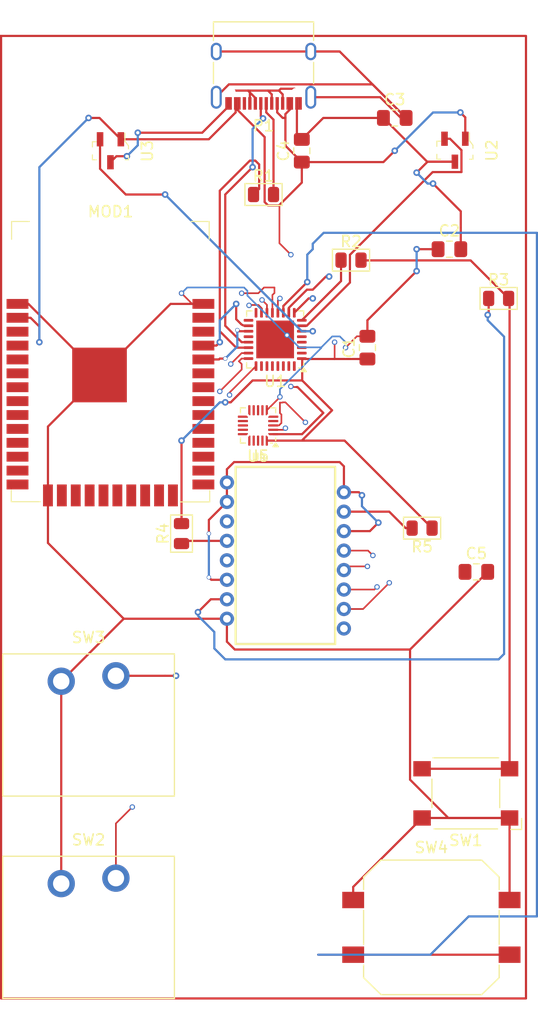
<source format=kicad_pcb>
(kicad_pcb (version 20240108) (generator "pcbnew") (generator_version "8.0")
  (layers (0 "F.Cu" signal) (1 "In1.Cu" signal) (2 "In2.Cu" signal) (31 "B.Cu" signal) (34 "B.Paste" user) (35 "F.Paste" user) (36 "B.SilkS" user "B.Silkscreen") (37 "F.SilkS" user "F.Silkscreen") (38 "B.Mask" user) (39 "F.Mask" user) (44 "Edge.Cuts" user))
  (net 0 "")
  (net 1 "Net-(U1-VSS)")
  (net 2 "Net-(MOD1-3V3)")
  (net 3 "Net-(P1-SHIELD)")
  (net 8 "5")
  (net 17 "6")
  (net 38 "1")
  (net 39 "2")
  (net 41 "Net-(U1-PA12)")
  (net 42 "Net-(U1-PA2)")
  (net 43 "Net-(R2-Pad2)")
  (net 44 "Net-(U4-~{RESET})")
  (net 45 "Net-(U1-PA3)")
  (net 46 "Net-(U1-PA4)")
  (net 47 "Net-(U1-PA5)")
  (net 50 "10")
  (net 51 "12")
  (net 56 "13")
  (net 60 "7")
  (net 62 "3")
  (net 63 "8")
  (net 66 "11")
  (net 67 "4")
  (net 68 "9")
  (footprint "Package_DFN_QFN:UQFN-20_3x3mm_P0.4mm" (layer "F.Cu") (at 260.5 83.6125 180)
    (property "Reference" "U5")
    (property "Value" "MPR121QR2")
  )
  (footprint "PCM_Resistor_SMD_AKL:R_0805_2012Metric" (layer "F.Cu") (at 261 62.5)
    (property "Reference" "R1")
    (property "Value" "22" (hide yes))
  )
  (footprint "Button_Switch_SMD:SW_Push_1P1T_NO_CK_PTS125Sx43PSMTR" (layer "F.Cu") (at 276.35 129.5)
    (property "Reference" "SW4")
    (property "Value" "SW_Omron_B3FS")
  )
  (footprint "Button_Switch_SMD:SW_SPST_Omron_B3FS-100xP" (layer "F.Cu") (at 279.5 117.25 180)
    (property "Reference" "SW1")
    (property "Value" "SW_Omron_B3FS")
  )
  (footprint "digikey-footprints:ESP32-WROOM-32D" (layer "F.Cu") (at 247 80.755)
    (property "Reference" "MOD1")
    (property "Value" "ESP32-WROOM-32")
  )
  (footprint "PCM_Resistor_SMD_AKL:R_0805_2012Metric" (layer "F.Cu") (at 282.5 72)
    (property "Reference" "R3")
    (property "Value" "10k" (hide yes))
  )
  (footprint "PCM_Switch_Keyboard_Alps_Matias:SW_Alps_Matias" (layer "F.Cu") (at 245 129.5)
    (property "Reference" "SW2")
    (property "Value" "SW_Omron_B3FS")
  )
  (footprint "PMW3360DM-T2QU (1):PMW3360" (layer "F.Cu") (at 263 95.5)
    (property "Reference" "U4")
    (property "Value" "PMW3360DM-T2QU")
    (fp_line (start -4.445 -7.9375) (end 4.445 -7.9375) (stroke (width 0.01)) (layer "Edge.Cuts"))
    (fp_line (start -4.445 7.9375) (end -4.445 -7.9375) (stroke (width 0.01)) (layer "Edge.Cuts"))
    (fp_line (start 4.445 -7.9375) (end 4.445 7.9375) (stroke (width 0.01)) (layer "Edge.Cuts"))
    (fp_line (start 4.445 7.9375) (end -4.445 7.9375) (stroke (width 0.01)) (layer "Edge.Cuts"))
  )
  (footprint "digikey-footprints:SOT-23-3" (layer "F.Cu") (at 278.5 58.45 -90)
    (property "Reference" "U2")
    (property "Value" "DRV5053VAQDBZR")
  )
  (footprint "PCM_Resistor_SMD_AKL:R_0805_2012Metric" (layer "F.Cu") (at 269 68.5)
    (property "Reference" "R2")
    (property "Value" "10k" (hide yes))
  )
  (footprint "digikey-footprints:SOT-23-3" (layer "F.Cu") (at 247 58.5 -90)
    (property "Reference" "U3")
    (property "Value" "DRV5053VAQDBZR")
  )
  (footprint "Capacitor_SMD:C_0805_2012Metric_Pad1.18x1.45mm_HandSolder" (layer "F.Cu") (at 280.4625 97)
    (property "Reference" "C5")
    (property "Value" "1uf")
  )
  (footprint "PCM_Resistor_SMD_AKL:R_0805_2012Metric" (layer "F.Cu") (at 253.5 93.5 90)
    (property "Reference" "R4")
    (property "Value" "330" (hide yes))
  )
  (footprint "Package_DFN_QFN:QFN-32-1EP_5x5mm_P0.5mm_EP3.45x3.45mm" (layer "F.Cu") (at 262.0625 75.75 180)
    (property "Reference" "U1")
    (property "Value" "STM32F042K6Ux")
  )
  (footprint "PCM_Switch_Keyboard_Alps_Matias:SW_Alps_Matias" (layer "F.Cu") (at 245 111)
    (property "Reference" "SW3")
    (property "Value" "SW_Omron_B3FS")
  )
  (footprint "Connector_USB:USB_C_Receptacle_XKB_U262-16XN-4BVC11" (layer "F.Cu") (at 261 50.5 180)
    (property "Reference" "P1")
    (property "Value" "USB_C_Plug_USB2.0")
  )
  (footprint "Capacitor_SMD:C_0805_2012Metric_Pad1.18x1.45mm_HandSolder" (layer "F.Cu") (at 278 67.5)
    (property "Reference" "C2")
    (property "Value" "1uf")
  )
  (footprint "PCM_Resistor_SMD_AKL:R_0805_2012Metric" (layer "F.Cu") (at 275.5 93 180)
    (property "Reference" "R5")
    (property "Value" "10k" (hide yes))
  )
  (footprint "Capacitor_SMD:C_0805_2012Metric_Pad1.18x1.45mm_HandSolder" (layer "F.Cu") (at 264.5 58.5 90)
    (property "Reference" "C4")
    (property "Value" "10uf")
  )
  (footprint "Capacitor_SMD:C_0805_2012Metric_Pad1.18x1.45mm_HandSolder" (layer "F.Cu") (at 270.5 76.5 90)
    (property "Reference" "C1")
    (property "Value" "1uf")
  )
  (footprint "Capacitor_SMD:C_0805_2012Metric_Pad1.18x1.45mm_HandSolder" (layer "F.Cu") (at 273 55.5)
    (property "Reference" "C3")
    (property "Value" "1uf")
  )
  (gr_rect (start 237 48) (end 285 136) (stroke (width 0.2)) (fill none) (layer "F.Cu"))
  (segment (start 259.75 53.17) (end 259.75 54.17) (width 0.2) (layer "F.Cu") (net 0))
  (segment (start 256 93.5) (end 256 92.255) (width 0.2) (layer "F.Cu") (net 0))
  (segment (start 262.75 54.17) (end 262.75 53.345) (width 0.2) (layer "F.Cu") (net 0))
  (segment (start 268.35 87.35) (end 268.35 89.715) (width 0.2) (layer "F.Cu") (net 0))
  (segment (start 261.75 54.17) (end 261.75 53.345) (width 0.2) (layer "F.Cu") (net 0))
  (segment (start 259.58 53) (end 260.25 53.67) (width 0.2) (layer "F.Cu") (net 0))
  (segment (start 271.5 92.5) (end 270.725 93.275) (width 0.2) (layer "F.Cu") (net 0))
  (segment (start 257.65 88.825) (end 257.65 87.618972) (width 0.2) (layer "F.Cu") (net 0))
  (segment (start 262.575 52.83) (end 262.405 53) (width 0.2) (layer "F.Cu") (net 0))
  (segment (start 257.65 87.618972) (end 258.306472 86.9625) (width 0.2) (layer "F.Cu") (net 0))
  (segment (start 259.58 53) (end 259.75 53.17) (width 0.2) (layer "F.Cu") (net 0))
  (segment (start 262.405 53) (end 261.405 53) (width 0.2) (layer "F.Cu") (net 0))
  (segment (start 264 53) (end 263.83 52.83) (width 0.2) (layer "F.Cu") (net 0))
  (segment (start 269.715 89.715) (end 270 90) (width 0.2) (layer "F.Cu") (net 0))
  (segment (start 261.405 53) (end 259.58 53) (width 0.2) (layer "F.Cu") (net 0))
  (segment (start 257.65 88.825) (end 257.65 90.605) (width 0.2) (layer "F.Cu") (net 0))
  (segment (start 267.9625 86.9625) (end 268.35 87.35) (width 0.2) (layer "F.Cu") (net 0))
  (segment (start 263.83 52.83) (end 262.575 52.83) (width 0.2) (layer "F.Cu") (net 0))
  (segment (start 268.35 89.715) (end 269.715 89.715) (width 0.2) (layer "F.Cu") (net 0))
  (segment (start 256 92.255) (end 257.65 90.605) (width 0.2) (layer "F.Cu") (net 0))
  (segment (start 261.75 53.345) (end 261.405 53) (width 0.2) (layer "F.Cu") (net 0))
  (segment (start 258.306472 86.9625) (end 267.9625 86.9625) (width 0.2) (layer "F.Cu") (net 0))
  (segment (start 257.65 97.725) (end 256.225 97.725) (width 0.2) (layer "F.Cu") (net 0))
  (segment (start 258 53) (end 259.58 53) (width 0.2) (layer "F.Cu") (net 0))
  (segment (start 256.225 97.725) (end 256 97.5) (width 0.2) (layer "F.Cu") (net 0))
  (segment (start 270.725 93.275) (end 268.35 93.275) (width 0.2) (layer "F.Cu") (net 0))
  (segment (start 260.25 53.67) (end 260.25 54.17) (width 0.2) (layer "F.Cu") (net 0))
  (segment (start 262.75 53.345) (end 262.405 53) (width 0.2) (layer "F.Cu") (net 0))
  (via (at 271.5 92.5) (size 0.6) (drill 0.3) (layers "F.Cu" "B.Cu") (net 0))
  (via (at 270 90) (size 0.6) (drill 0.3) (layers "F.Cu" "B.Cu") (net 0))
  (via (at 256 93.5) (size 0.4) (drill 0.3) (layers "F.Cu" "B.Cu") (net 0))
  (via (at 256 97.5) (size 0.4) (drill 0.3) (layers "F.Cu" "B.Cu") (net 0))
  (segment (start 270 90) (end 270 91) (width 0.2) (layer "B.Cu") (net 0))
  (segment (start 256 97.5) (end 256 93.5) (width 0.2) (layer "B.Cu") (net 0))
  (segment (start 270 91) (end 271.5 92.5) (width 0.2) (layer "B.Cu") (net 0))
  (segment (start 279.0375 64.0375) (end 276.5 61.5) (width 0.2) (layer "F.Cu") (net 1))
  (segment (start 262.0625 75.75) (end 262.75 75.75) (width 0.15) (layer "F.Cu") (net 1))
  (segment (start 258.368972 104.1) (end 257.65 103.381028) (width 0.2) (layer "F.Cu") (net 1))
  (segment (start 269.2 127) (end 269.2 125.8) (width 0.2) (layer "F.Cu") (net 1))
  (segment (start 264.05 54.17) (end 264.05 57.0125) (width 0.2) (layer "F.Cu") (net 1))
  (segment (start 247.55 59) (end 247 59.55) (width 0.2) (layer "F.Cu") (net 1))
  (segment (start 242.5 125.5) (end 242.5 107) (width 0.2) (layer "F.Cu") (net 1))
  (segment (start 257.65 103.381028) (end 257.65 101.285) (width 0.2) (layer "F.Cu") (net 1))
  (segment (start 275.5 119.5) (end 283.5 119.5) (width 0.2) (layer "F.Cu") (net 1))
  (segment (start 279.0375 67.5) (end 279.0375 64.0375) (width 0.2) (layer "F.Cu") (net 1))
  (segment (start 275.9625 59.5) (end 278.5 59.5) (width 0.2) (layer "F.Cu") (net 1))
  (segment (start 262.75 75.75) (end 263.141269 75.358731) (width 0.15) (layer "F.Cu") (net 1))
  (segment (start 248.5 59) (end 247.55 59) (width 0.2) (layer "F.Cu") (net 1))
  (segment (start 257.65 54.17) (end 257.65 54.595) (width 0.2) (layer "F.Cu") (net 1))
  (segment (start 261.3 82.225) (end 262.5 81.025) (width 0.15) (layer "F.Cu") (net 1))
  (segment (start 241.285 94.355) (end 248.215 101.285) (width 0.2) (layer "F.Cu") (net 1))
  (segment (start 275 67.5) (end 276.9625 67.5) (width 0.2) (layer "F.Cu") (net 1))
  (segment (start 262.5 81.025) (end 262.5 81) (width 0.15) (layer "F.Cu") (net 1))
  (segment (start 270.5 74) (end 275 69.5) (width 0.2) (layer "F.Cu") (net 1))
  (segment (start 277.9 119.5) (end 283.5 119.5) (width 0.2) (layer "F.Cu") (net 1))
  (segment (start 274.4 104.1) (end 258.368972 104.1) (width 0.2) (layer "F.Cu") (net 1))
  (segment (start 246 79) (end 252.5 72.5) (width 0.2) (layer "F.Cu") (net 1))
  (segment (start 246 79) (end 239.5 72.5) (width 0.2) (layer "F.Cu") (net 1))
  (segment (start 266.4625 55.5) (end 264.5 57.4625) (width 0.2) (layer "F.Cu") (net 1))
  (segment (start 241.285 83.715) (end 241.285 90.01) (width 0.2) (layer "F.Cu") (net 1))
  (segment (start 274.4 116) (end 277.9 119.5) (width 0.2) (layer "F.Cu") (net 1))
  (segment (start 275 60.5) (end 276 59.5) (width 0.2) (layer "F.Cu") (net 1))
  (segment (start 264.05 57.0125) (end 264.5 57.4625) (width 0.2) (layer "F.Cu") (net 1))
  (segment (start 269.2 125.8) (end 275.5 119.5) (width 0.2) (layer "F.Cu") (net 1))
  (segment (start 241.285 90.01) (end 241.285 94.355) (width 0.2) (layer "F.Cu") (net 1))
  (segment (start 268.5 76.5) (end 269.5375 75.4625) (width 0.15) (layer "F.Cu") (net 1))
  (segment (start 253.5 71.525) (end 254.475 72.5) (width 0.15) (layer "F.Cu") (net 1))
  (segment (start 255.395 56.85) (end 249.5 56.85) (width 0.2) (layer "F.Cu") (net 1))
  (segment (start 271.9625 55.5) (end 266.4625 55.5) (width 0.2) (layer "F.Cu") (net 1))
  (segment (start 257.65 101.285) (end 248.215 101.285) (width 0.2) (layer "F.Cu") (net 1))
  (segment (start 246 79) (end 241.285 83.715) (width 0.2) (layer "F.Cu") (net 1))
  (segment (start 274.5 104) (end 274.4 104.1) (width 0.2) (layer "F.Cu") (net 1))
  (segment (start 270.5 75.4625) (end 270.5 74) (width 0.2) (layer "F.Cu") (net 1))
  (segment (start 283.5 119.5) (end 283.5 127) (width 0.2) (layer "F.Cu") (net 1))
  (segment (start 271.9625 55.5) (end 275.9625 59.5) (width 0.2) (layer "F.Cu") (net 1))
  (segment (start 254.475 72.5) (end 255.5 72.5) (width 0.15) (layer "F.Cu") (net 1))
  (segment (start 269.5375 75.4625) (end 270.5 75.4625) (width 0.15) (layer "F.Cu") (net 1))
  (segment (start 248.215 101.285) (end 242.5 107) (width 0.2) (layer "F.Cu") (net 1))
  (segment (start 276 59.5) (end 278.5 59.5) (width 0.2) (layer "F.Cu") (net 1))
  (segment (start 274.4 104.1) (end 274.4 116) (width 0.2) (layer "F.Cu") (net 1))
  (segment (start 239.5 72.5) (end 238.5 72.5) (width 0.2) (layer "F.Cu") (net 1))
  (segment (start 281.5 97) (end 274.5 104) (width 0.2) (layer "F.Cu") (net 1))
  (segment (start 257.65 54.595) (end 255.395 56.85) (width 0.2) (layer "F.Cu") (net 1))
  (segment (start 252.5 72.5) (end 255.5 72.5) (width 0.2) (layer "F.Cu") (net 1))
  (via (at 253.5 71.525) (size 0.5) (drill 0.3) (layers "F.Cu" "B.Cu") (net 1))
  (via (at 275 69.5) (size 0.6) (drill 0.3) (layers "F.Cu" "B.Cu") (net 1))
  (via (at 276.5 61.5) (size 0.6) (drill 0.3) (layers "F.Cu" "B.Cu") (net 1))
  (via (at 268.5 76.5) (size 0.5) (drill 0.3) (layers "F.Cu" "B.Cu") (net 1))
  (via (at 248.5 59) (size 0.6) (drill 0.3) (layers "F.Cu" "B.Cu") (net 1))
  (via (at 275 60.5) (size 0.6) (drill 0.3) (layers "F.Cu" "B.Cu") (net 1))
  (via (at 275 67.5) (size 0.6) (drill 0.3) (layers "F.Cu" "B.Cu") (net 1))
  (via (at 263.141269 75.358731) (size 0.5) (drill 0.3) (layers "F.Cu" "B.Cu") (net 1))
  (via (at 249.5 56.85) (size 0.6) (drill 0.3) (layers "F.Cu" "B.Cu") (net 1))
  (via (at 262.5 81) (size 0.5) (drill 0.3) (layers "F.Cu" "B.Cu") (net 1))
  (segment (start 259.525 71.307537) (end 259.217463 71) (width 0.15) (layer "B.Cu") (net 1))
  (segment (start 263.141269 75.358731) (end 259.525 71.742463) (width 0.15) (layer "B.Cu") (net 1))
  (segment (start 276.5 61.5) (end 276 61.5) (width 0.2) (layer "B.Cu") (net 1))
  (segment (start 262.5 81) (end 262.5 80.307537) (width 0.15) (layer "B.Cu") (net 1))
  (segment (start 266.282537 76.525) (end 266.282537 76.475) (width 0.15) (layer "B.Cu") (net 1))
  (segment (start 262.5 80.307537) (end 266.282537 76.525) (width 0.15) (layer "B.Cu") (net 1))
  (segment (start 249.5 58) (end 248.5 59) (width 0.2) (layer "B.Cu") (net 1))
  (segment (start 275 69.5) (end 275 67.5) (width 0.2) (layer "B.Cu") (net 1))
  (segment (start 259.217463 71) (end 254.025 71) (width 0.15) (layer "B.Cu") (net 1))
  (segment (start 264.257537 76.475) (end 263.141269 75.358731) (width 0.15) (layer "B.Cu") (net 1))
  (segment (start 276 61.5) (end 275 60.5) (width 0.2) (layer "B.Cu") (net 1))
  (segment (start 266.282537 76.475) (end 267.282537 75.475) (width 0.15) (layer "B.Cu") (net 1))
  (segment (start 266.282537 76.475) (end 264.257537 76.475) (width 0.15) (layer "B.Cu") (net 1))
  (segment (start 259.525 71.742463) (end 259.525 71.307537) (width 0.15) (layer "B.Cu") (net 1))
  (segment (start 268.5 76) (end 268.5 76.5) (width 0.15) (layer "B.Cu") (net 1))
  (segment (start 267.282537 75.475) (end 267.975 75.475) (width 0.15) (layer "B.Cu") (net 1))
  (segment (start 249.5 56.85) (end 249.5 58) (width 0.2) (layer "B.Cu") (net 1))
  (segment (start 254.025 71) (end 253.5 71.525) (width 0.15) (layer "B.Cu") (net 1))
  (segment (start 267.975 75.475) (end 268.5 76) (width 0.15) (layer "B.Cu") (net 1))
  (segment (start 263 58.0375) (end 264.5 59.5375) (width 0.2) (layer "F.Cu") (net 2))
  (segment (start 255.995 57.45) (end 258.45 54.995) (width 0.2) (layer "F.Cu") (net 2))
  (segment (start 264.5375 77.5375) (end 264.5375 79.5) (width 0.2) (layer "F.Cu") (net 2))
  (segment (start 267.5 77.5375) (end 264.5375 77.5375) (width 0.2) (layer "F.Cu") (net 2))
  (segment (start 264.5 77.5) (end 264.5375 77.5375) (width 0.2) (layer "F.Cu") (net 2))
  (segment (start 263.55 54.17) (end 263.55 54.595) (width 0.2) (layer "F.Cu") (net 2))
  (segment (start 264.5 59.5375) (end 271.9625 59.5375) (width 0.2) (layer "F.Cu") (net 2))
  (segment (start 257.65 94.165) (end 253.7475 94.165) (width 0.2) (layer "F.Cu") (net 2))
  (segment (start 271.9625 59.5375) (end 273 58.5) (width 0.2) (layer "F.Cu") (net 2))
  (segment (start 262.755 55.5) (end 263 55.5) (width 0.2) (layer "F.Cu") (net 2))
  (segment (start 270.5 77.5375) (end 267.5 77.5375) (width 0.2) (layer "F.Cu") (net 2))
  (segment (start 253.5 92.5875) (end 253.5 85) (width 0.2) (layer "F.Cu") (net 2))
  (segment (start 262.409744 63.5) (end 261.415256 63.5) (width 0.2) (layer "F.Cu") (net 2))
  (segment (start 263.55 54.595) (end 263 55.145) (width 0.2) (layer "F.Cu") (net 2))
  (segment (start 245 55.5) (end 246 55.5) (width 0.2) (layer "F.Cu") (net 2))
  (segment (start 264.5 61.409744) (end 262.454872 63.454872) (width 0.2) (layer "F.Cu") (net 2))
  (segment (start 262.454872 63.454872) (end 262.454872 66.954872) (width 0.15) (layer "F.Cu") (net 2))
  (segment (start 267.26875 82.23125) (end 264.5 85) (width 0.2) (layer "F.Cu") (net 2))
  (segment (start 268.4125 85) (end 264.5 85) (width 0.2) (layer "F.Cu") (net 2))
  (segment (start 260 79.5) (end 264.5375 79.5) (width 0.2) (layer "F.Cu") (net 2))
  (segment (start 261.1 63.184744) (end 261.1 57.245) (width 0.2) (layer "F.Cu") (net 2))
  (segment (start 253.7475 94.165) (end 253.5 94.4125) (width 0.2) (layer "F.Cu") (net 2))
  (segment (start 261.1 57.245) (end 258.45 54.595) (width 0.2) (layer "F.Cu") (net 2))
  (segment (start 258.45 54.995) (end 258.45 54.17) (width 0.2) (layer "F.Cu") (net 2))
  (segment (start 240.5 74.57) (end 240.5 76) (width 0.2) (layer "F.Cu") (net 2))
  (segment (start 262.454872 63.454872) (end 262.409744 63.5) (width 0.2) (layer "F.Cu") (net 2))
  (segment (start 274.5875 93) (end 274 93) (width 0.2) (layer "F.Cu") (net 2))
  (segment (start 258.45 54.595) (end 258.45 54.17) (width 0.2) (layer "F.Cu") (net 2))
  (segment (start 239.7 73.77) (end 240.5 74.57) (width 0.2) (layer "F.Cu") (net 2))
  (segment (start 276.4125 93) (end 268.4125 85) (width 0.2) (layer "F.Cu") (net 2))
  (segment (start 264.5 59.5375) (end 264.5 61.409744) (width 0.2) (layer "F.Cu") (net 2))
  (segment (start 264.5375 79.5) (end 267.26875 82.23125) (width 0.2) (layer "F.Cu") (net 2))
  (segment (start 279.45 55.45) (end 279.45 57.4) (width 0.2) (layer "F.Cu") (net 2))
  (segment (start 246 55.5) (end 247.95 57.45) (width 0.2) (layer "F.Cu") (net 2))
  (segment (start 272.495 91.495) (end 268.35 91.495) (width 0.2) (layer "F.Cu") (net 2))
  (segment (start 262.25 54.995) (end 262.755 55.5) (width 0.2) (layer "F.Cu") (net 2))
  (segment (start 274 93) (end 272.495 91.495) (width 0.2) (layer "F.Cu") (net 2))
  (segment (start 267.5 76) (end 267.5 77.5375) (width 0.15) (layer "F.Cu") (net 2))
  (segment (start 279 55) (end 279.45 55.45) (width 0.2) (layer "F.Cu") (net 2))
  (segment (start 262.454872 66.954872) (end 263.5 68) (width 0.15) (layer "F.Cu") (net 2))
  (segment (start 262.25 54.17) (end 262.25 54.995) (width 0.2) (layer "F.Cu") (net 2))
  (segment (start 247.95 57.45) (end 255.995 57.45) (width 0.2) (layer "F.Cu") (net 2))
  (segment (start 263 55.5) (end 263 58.0375) (width 0.2) (layer "F.Cu") (net 2))
  (segment (start 261.415256 63.5) (end 261.1 63.184744) (width 0.2) (layer "F.Cu") (net 2))
  (segment (start 263 55.145) (end 263 55.5) (width 0.2) (layer "F.Cu") (net 2))
  (segment (start 257.5 81.5) (end 258 81.5) (width 0.2) (layer "F.Cu") (net 2))
  (segment (start 264.5 85) (end 261.3 85) (width 0.2) (layer "F.Cu") (net 2))
  (segment (start 258 81.5) (end 260 79.5) (width 0.2) (layer "F.Cu") (net 2))
  (segment (start 238.5 73.77) (end 239.7 73.77) (width 0.2) (layer "F.Cu") (net 2))
  (via (at 279 55) (size 0.6) (drill 0.3) (layers "F.Cu" "B.Cu") (net 2))
  (via (at 267.5 76) (size 0.5) (drill 0.3) (layers "F.Cu" "B.Cu") (net 2))
  (via (at 257.5 81.5) (size 0.6) (drill 0.3) (layers "F.Cu" "B.Cu") (net 2))
  (via (at 273 58.5) (size 0.6) (drill 0.3) (layers "F.Cu" "B.Cu") (net 2))
  (via (at 263.5 68) (size 0.5) (drill 0.3) (layers "F.Cu" "B.Cu") (net 2))
  (via (at 253.5 85) (size 0.6) (drill 0.3) (layers "F.Cu" "B.Cu") (net 2))
  (via (at 245 55.5) (size 0.6) (drill 0.3) (layers "F.Cu" "B.Cu") (net 2))
  (via (at 240.5 76) (size 0.6) (drill 0.3) (layers "F.Cu" "B.Cu") (net 2))
  (segment (start 240.5 60) (end 245 55.5) (width 0.2) (layer "B.Cu") (net 2))
  (segment (start 240.5 76) (end 240.5 60) (width 0.2) (layer "B.Cu") (net 2))
  (segment (start 276.5 55) (end 279 55) (width 0.2) (layer "B.Cu") (net 2))
  (segment (start 273 58.5) (end 276.5 55) (width 0.2) (layer "B.Cu") (net 2))
  (segment (start 253.5 85) (end 257 81.5) (width 0.2) (layer "B.Cu") (net 2))
  (segment (start 257 81.5) (end 257.5 81.5) (width 0.2) (layer "B.Cu") (net 2))
  (segment (start 256.68 53.580406) (end 257.830406 52.43) (width 0.2) (layer "F.Cu") (net 3))
  (segment (start 273.559744 55.5) (end 274.0375 55.5) (width 0.2) (layer "F.Cu") (net 3))
  (segment (start 256.68 49.425) (end 267.9625 49.425) (width 0.2) (layer "F.Cu") (net 3))
  (segment (start 267.9625 49.425) (end 274.0375 55.5) (width 0.2) (layer "F.Cu") (net 3))
  (segment (start 257.830406 52.43) (end 270.9675 52.43) (width 0.2) (layer "F.Cu") (net 3))
  (segment (start 265.32 53.605) (end 271.664744 53.605) (width 0.2) (layer "F.Cu") (net 3))
  (segment (start 271.664744 53.605) (end 273.559744 55.5) (width 0.2) (layer "F.Cu") (net 3))
  (segment (start 265.32 49.425) (end 267.9625 49.425) (width 0.2) (layer "F.Cu") (net 3))
  (segment (start 256.68 53.605) (end 256.68 53.580406) (width 0.2) (layer "F.Cu") (net 3))
  (segment (start 270.9675 52.43) (end 274.0375 55.5) (width 0.2) (layer "F.Cu") (net 3))
  (segment (start 259.3625 74.5) (end 259.625 74.5) (width 0.2) (layer "F.Cu") (net 8))
  (segment (start 258.5 73.89716) (end 258.974613 74.371773) (width 0.2) (layer "F.Cu") (net 8))
  (segment (start 258.5 72.5) (end 258.5 73.89716) (width 0.2) (layer "F.Cu") (net 8))
  (segment (start 255.5 76.31) (end 256.69 76.31) (width 0.2) (layer "F.Cu") (net 8))
  (segment (start 256.69 76.31) (end 257 76) (width 0.2) (layer "F.Cu") (net 8))
  (via (at 258.5 72.5) (size 0.6) (drill 0.3) (layers "F.Cu" "B.Cu") (net 8))
  (via (at 257 76) (size 0.6) (drill 0.3) (layers "F.Cu" "B.Cu") (net 8))
  (arc (start 258.974613 74.371773) (mid 259.158795 74.466367) (end 259.3625 74.5) (width 0.2) (layer "F.Cu") (net 8))
  (segment (start 257 74) (end 257 76) (width 0.2) (layer "B.Cu") (net 8))
  (segment (start 258.5 72.5) (end 257 74) (width 0.2) (layer "B.Cu") (net 8))
  (segment (start 257 77.5) (end 257.5 77.5) (width 0.2) (layer "F.Cu") (net 17))
  (segment (start 254.72 77.58) (end 256.92 77.58) (width 0.2) (layer "F.Cu") (net 17))
  (segment (start 258.707108 75) (end 259.625 75) (width 0.2) (layer "F.Cu") (net 17))
  (segment (start 256.92 77.58) (end 257 77.5) (width 0.2) (layer "F.Cu") (net 17))
  (segment (start 255.5 77.58) (end 254.72 77.58) (width 0.2) (layer "F.Cu") (net 17))
  (segment (start 258.603554 74.896446) (end 258.707108 75) (width 0.2) (layer "F.Cu") (net 17))
  (via (at 257.5 77.5) (size 0.4) (drill 0.3) (layers "F.Cu" "B.Cu") (net 17))
  (via (at 258.603554 74.896446) (size 0.4) (drill 0.3) (layers "F.Cu" "B.Cu") (net 17))
  (segment (start 258.603554 76.396446) (end 258.603554 74.896446) (width 0.2) (layer "B.Cu") (net 17))
  (segment (start 257.5 77.5) (end 258.603554 76.396446) (width 0.2) (layer "B.Cu") (net 17))
  (segment (start 259 76) (end 259.625 76) (width 0.2) (layer "F.Cu") (net 38))
  (segment (start 257.5 62.5) (end 257.5 74.5) (width 0.2) (layer "F.Cu") (net 38))
  (segment (start 260 60) (end 257.5 62.5) (width 0.2) (layer "F.Cu") (net 38))
  (segment (start 257.5 74.5) (end 259 76) (width 0.2) (layer "F.Cu") (net 38))
  (segment (start 260.75 54.17) (end 260.75 55.34353) (width 0.2) (layer "F.Cu") (net 38))
  (segment (start 260.75 55.34353) (end 260.953235 55.546765) (width 0.2) (layer "F.Cu") (net 38))
  (via (at 260 60) (size 0.6) (drill 0.3) (layers "F.Cu" "B.Cu") (net 38))
  (via (at 260.953235 55.546765) (size 0.6) (drill 0.3) (layers "F.Cu" "B.Cu") (net 38))
  (segment (start 260 56.5) (end 260 60) (width 0.2) (layer "B.Cu") (net 38))
  (segment (start 260.953235 55.546765) (end 260 56.5) (width 0.2) (layer "B.Cu") (net 38))
  (segment (start 261.25 54.995) (end 261.9125 55.6575) (width 0.2) (layer "F.Cu") (net 39))
  (segment (start 261.9125 55.6575) (end 261.9125 62.5) (width 0.2) (layer "F.Cu") (net 39))
  (segment (start 261.25 54.17) (end 261.25 54.995) (width 0.2) (layer "F.Cu") (net 39))
  (segment (start 258.075736 61.075736) (end 257 62.151472) (width 0.2) (layer "F.Cu") (net 41))
  (segment (start 260.6 61.9875) (end 260.6 59.751471) (width 0.2) (layer "F.Cu") (net 41))
  (segment (start 257 62.151472) (end 257 75) (width 0.2) (layer "F.Cu") (net 41))
  (segment (start 260.6 59.751471) (end 260.248529 59.4) (width 0.2) (layer "F.Cu") (net 41))
  (segment (start 258.075736 61.075736) (end 258 61.151471) (width 0.2) (layer "F.Cu") (net 41))
  (segment (start 259.751471 59.4) (end 258.075736 61.075736) (width 0.2) (layer "F.Cu") (net 41))
  (segment (start 260.0875 62.5) (end 260.6 61.9875) (width 0.2) (layer "F.Cu") (net 41))
  (segment (start 258.5 76.5) (end 259.625 76.5) (width 0.2) (layer "F.Cu") (net 41))
  (segment (start 257 75) (end 258.5 76.5) (width 0.2) (layer "F.Cu") (net 41))
  (segment (start 260.248529 59.4) (end 259.751471 59.4) (width 0.2) (layer "F.Cu") (net 41))
  (segment (start 268.0875 70.4125) (end 264.5 74) (width 0.2) (layer "F.Cu") (net 42))
  (segment (start 268.0875 68.5) (end 268.0875 70.4125) (width 0.2) (layer "F.Cu") (net 42))
  (segment (start 283.5 72.175) (end 283.5 115) (width 0.2) (layer "F.Cu") (net 43))
  (segment (start 283.4125 72.0875) (end 283.5 72.175) (width 0.2) (layer "F.Cu") (net 43))
  (segment (start 283.4125 72) (end 283.4125 72.0875) (width 0.2) (layer "F.Cu") (net 43))
  (segment (start 269.9125 68.5) (end 269.9375 68.525) (width 0.2) (layer "F.Cu") (net 43))
  (segment (start 283.5 115) (end 275.5 115) (width 0.2) (layer "F.Cu") (net 43))
  (segment (start 279.9375 68.525) (end 283.4125 72) (width 0.2) (layer "F.Cu") (net 43))
  (segment (start 269.9375 68.525) (end 279.9375 68.525) (width 0.2) (layer "F.Cu") (net 43))
  (segment (start 281.5875 72) (end 281.5875 73.4125) (width 0.2) (layer "F.Cu") (net 44))
  (segment (start 255 100.685) (end 256.18 99.505) (width 0.2) (layer "F.Cu") (net 44))
  (segment (start 256.18 99.505) (end 257.65 99.505) (width 0.2) (layer "F.Cu") (net 44))
  (segment (start 281.5875 73.4125) (end 281.5 73.5) (width 0.2) (layer "F.Cu") (net 44))
  (via (at 255 100.685) (size 0.6) (drill 0.3) (layers "F.Cu" "B.Cu") (net 44))
  (via (at 281.5 73.5) (size 0.6) (drill 0.3) (layers "F.Cu" "B.Cu") (net 44))
  (segment (start 255 101) (end 255 100.685) (width 0.2) (layer "B.Cu") (net 44))
  (segment (start 281.5 74) (end 283 75.5) (width 0.2) (layer "B.Cu") (net 44))
  (segment (start 283 104.5) (end 282.5 105) (width 0.2) (layer "B.Cu") (net 44))
  (segment (start 256.5 102.5) (end 255 101) (width 0.2) (layer "B.Cu") (net 44))
  (segment (start 256.5 104) (end 256.5 102.5) (width 0.2) (layer "B.Cu") (net 44))
  (segment (start 281.5 73.5) (end 281.5 74) (width 0.2) (layer "B.Cu") (net 44))
  (segment (start 283 75.5) (end 283 104.5) (width 0.2) (layer "B.Cu") (net 44))
  (segment (start 282.5 105) (end 257.5 105) (width 0.2) (layer "B.Cu") (net 44))
  (segment (start 257.5 105) (end 256.5 104) (width 0.2) (layer "B.Cu") (net 44))
  (segment (start 263.8125 73.3125) (end 265.125 72) (width 0.2) (layer "F.Cu") (net 45))
  (segment (start 265.125 72) (end 265.5 72) (width 0.2) (layer "F.Cu") (net 45))
  (segment (start 247.5 120) (end 249 118.5) (width 0.15) (layer "F.Cu") (net 45))
  (segment (start 247.5 125) (end 247.5 120) (width 0.15) (layer "F.Cu") (net 45))
  (via (at 265.5 72) (size 0.6) (drill 0.3) (layers "F.Cu" "B.Cu") (net 45))
  (via (at 249 118.5) (size 0.5) (drill 0.3) (layers "F.Cu" "B.Cu") (net 45))
  (segment (start 263.3125 73.3125) (end 263.3125 72.860614) (width 0.2) (layer "F.Cu") (net 46))
  (segment (start 267 70) (end 266.699997 70) (width 0.2) (layer "F.Cu") (net 46))
  (segment (start 252 106.5) (end 253 106.5) (width 0.2) (layer "F.Cu") (net 46))
  (segment (start 247.5 106.5) (end 252 106.5) (width 0.2) (layer "F.Cu") (net 46))
  (segment (start 263.3125 72.860614) (end 264.973117 71.199997) (width 0.2) (layer "F.Cu") (net 46))
  (segment (start 266.699997 70) (end 265.5 71.199997) (width 0.2) (layer "F.Cu") (net 46))
  (segment (start 264.973117 71.199997) (end 265.5 71.199997) (width 0.2) (layer "F.Cu") (net 46))
  (via (at 253 106.5) (size 0.6) (drill 0.3) (layers "F.Cu" "B.Cu") (net 46))
  (via (at 267 70) (size 0.6) (drill 0.3) (layers "F.Cu" "B.Cu") (net 46))
  (segment (start 269.2 132) (end 283.5 132) (width 0.2) (layer "F.Cu") (net 47))
  (segment (start 262.8125 73.3125) (end 262.8125 72.6875) (width 0.2) (layer "F.Cu") (net 47))
  (segment (start 262.8125 72.6875) (end 265 70.5) (width 0.2) (layer "F.Cu") (net 47))
  (segment (start 269.2 132) (end 266 132) (width 0.2) (layer "F.Cu") (net 47))
  (via (at 265 70.5) (size 0.6) (drill 0.3) (layers "F.Cu" "B.Cu") (net 47))
  (segment (start 276.259188 132) (end 279.759188 128.5) (width 0.2) (layer "B.Cu") (net 47))
  (segment (start 266.5 66) (end 265.5 67) (width 0.2) (layer "B.Cu") (net 47))
  (segment (start 286 66) (end 266.5 66) (width 0.2) (layer "B.Cu") (net 47))
  (segment (start 265.5 67) (end 265.5 67.5) (width 0.2) (layer "B.Cu") (net 47))
  (segment (start 279.759188 128.5) (end 286 128.5) (width 0.2) (layer "B.Cu") (net 47))
  (segment (start 266 132) (end 276.259188 132) (width 0.2) (layer "B.Cu") (net 47))
  (segment (start 265 68) (end 265 70.5) (width 0.2) (layer "B.Cu") (net 47))
  (segment (start 265.5 67.5) (end 265 68) (width 0.2) (layer "B.Cu") (net 47))
  (segment (start 286 128.5) (end 286 66) (width 0.2) (layer "B.Cu") (net 47))
  (segment (start 270.555 95.055) (end 271 95.5) (width 0.15) (layer "F.Cu") (net 50))
  (segment (start 257 80.5) (end 259 78.5) (width 0.15) (layer "F.Cu") (net 50))
  (segment (start 258.747487 77.747487) (end 259 78) (width 0.15) (layer "F.Cu") (net 50))
  (segment (start 258.994974 77.5) (end 258.747487 77.747487) (width 0.15) (layer "F.Cu") (net 50))
  (segment (start 259.625 77.5) (end 258.994974 77.5) (width 0.15) (layer "F.Cu") (net 50))
  (segment (start 268.35 95.055) (end 270.555 95.055) (width 0.15) (layer "F.Cu") (net 50))
  (segment (start 259 78.5) (end 259 78) (width 0.15) (layer "F.Cu") (net 50))
  (via (at 271 95.5) (size 0.5) (drill 0.3) (layers "F.Cu" "B.Cu") (net 50))
  (via (at 257 80.5) (size 0.5) (drill 0.3) (layers "F.Cu" "B.Cu") (net 50))
  (segment (start 262.85 84.0125) (end 263 83.8625) (width 0.15) (layer "F.Cu") (net 51))
  (segment (start 259.675 72.634924) (end 259.709924 72.6) (width 0.15) (layer "F.Cu") (net 51))
  (segment (start 261.8875 84.0125) (end 262.85 84.0125) (width 0.15) (layer "F.Cu") (net 51))
  (segment (start 260.537499 72.6) (end 260.8125 72.875001) (width 0.15) (layer "F.Cu") (net 51))
  (segment (start 259.709924 72.6) (end 260.537499 72.6) (width 0.15) (layer "F.Cu") (net 51))
  (segment (start 260.8125 72.875001) (end 260.8125 73.3125) (width 0.15) (layer "F.Cu") (net 51))
  (via (at 263 83.8625) (size 0.5) (drill 0.3) (layers "F.Cu" "B.Cu") (net 51))
  (via (at 259.675 72.634924) (size 0.5) (drill 0.3) (layers "F.Cu" "B.Cu") (net 51))
  (segment (start 263.55 80.1) (end 263.5 80.05) (width 0.15) (layer "F.Cu") (net 56))
  (segment (start 257.891423 80.830759) (end 257.891423 80.608577) (width 0.15) (layer "F.Cu") (net 56))
  (segment (start 257.891423 80.608577) (end 260.3125 78.1875) (width 0.15) (layer "F.Cu") (net 56))
  (segment (start 260.3125 78.1875) (end 260 78.5) (width 0.15) (layer "F.Cu") (net 56))
  (segment (start 266.467157 82.467157) (end 264.1 80.1) (width 0.2) (layer "F.Cu") (net 56))
  (segment (start 261.8875 84.4125) (end 264.521814 84.4125) (width 0.2) (layer "F.Cu") (net 56))
  (segment (start 264.1 80.1) (end 264 80.1) (width 0.2) (layer "F.Cu") (net 56))
  (segment (start 264 80.1) (end 263.55 80.1) (width 0.15) (layer "F.Cu") (net 56))
  (segment (start 264.521814 84.4125) (end 266.467157 82.467157) (width 0.2) (layer "F.Cu") (net 56))
  (via (at 263.5 80.05) (size 0.5) (drill 0.3) (layers "F.Cu" "B.Cu") (net 56))
  (via (at 257.891423 80.830759) (size 0.5) (drill 0.3) (layers "F.Cu" "B.Cu") (net 56))
  (segment (start 270.105 100.395) (end 272.5 98) (width 0.15) (layer "F.Cu") (net 60))
  (segment (start 268.35 100.395) (end 270.105 100.395) (width 0.15) (layer "F.Cu") (net 60))
  (segment (start 262.5 72) (end 262.3125 72.1875) (width 0.15) (layer "F.Cu") (net 60))
  (segment (start 262.3125 72.1875) (end 262.3125 73.3125) (width 0.15) (layer "F.Cu") (net 60))
  (via (at 272.5 98) (size 0.5) (drill 0.3) (layers "F.Cu" "B.Cu") (net 60))
  (via (at 262.5 72) (size 0.5) (drill 0.3) (layers "F.Cu" "B.Cu") (net 60))
  (segment (start 248.4 62.5) (end 252 62.5) (width 0.2) (layer "F.Cu") (net 62))
  (segment (start 246.05 60.15) (end 248.4 62.5) (width 0.2) (layer "F.Cu") (net 62))
  (segment (start 265.5 75) (end 264.5 75) (width 0.2) (layer "F.Cu") (net 62))
  (segment (start 246.05 57.45) (end 246.05 60.15) (width 0.2) (layer "F.Cu") (net 62))
  (via (at 265.5 75) (size 0.6) (drill 0.3) (layers "F.Cu" "B.Cu") (net 62))
  (via (at 252 62.5) (size 0.6) (drill 0.3) (layers "F.Cu" "B.Cu") (net 62))
  (segment (start 252 62.5) (end 264.5 75) (width 0.2) (layer "B.Cu") (net 62))
  (segment (start 264.5 75) (end 265.5 75) (width 0.2) (layer "B.Cu") (net 62))
  (segment (start 271.142536 98.615) (end 271.378768 98.378768) (width 0.15) (layer "F.Cu") (net 63))
  (segment (start 262 71.5) (end 261.8125 71.6875) (width 0.15) (layer "F.Cu") (net 63))
  (segment (start 262 71) (end 262 71.5) (width 0.15) (layer "F.Cu") (net 63))
  (segment (start 261.05 71) (end 262 71) (width 0.15) (layer "F.Cu") (net 63))
  (segment (start 260.525 71.525) (end 261.05 71) (width 0.15) (layer "F.Cu") (net 63))
  (segment (start 261.8125 71.6875) (end 261.8125 73.3125) (width 0.15) (layer "F.Cu") (net 63))
  (segment (start 268.35 98.615) (end 271.142536 98.615) (width 0.15) (layer "F.Cu") (net 63))
  (segment (start 259 71.525) (end 260.525 71.525) (width 0.15) (layer "F.Cu") (net 63))
  (via (at 271.378768 98.378768) (size 0.5) (drill 0.3) (layers "F.Cu" "B.Cu") (net 63))
  (via (at 259 71.525) (size 0.5) (drill 0.3) (layers "F.Cu" "B.Cu") (net 63))
  (segment (start 261.3125 73.3125) (end 261.3125 72.590318) (width 0.15) (layer "F.Cu") (net 66))
  (segment (start 262.5 81.525) (end 262.5 82.483418) (width 0.15) (layer "F.Cu") (net 66))
  (segment (start 262.411006 83.6125) (end 261.8875 83.6125) (width 0.15) (layer "F.Cu") (net 66))
  (segment (start 264.828248 83.328248) (end 263 81.5) (width 0.15) (layer "F.Cu") (net 66))
  (segment (start 262.635 83.388506) (end 262.411006 83.6125) (width 0.15) (layer "F.Cu") (net 66))
  (segment (start 262.5 82.483418) (end 262.635 82.618418) (width 0.15) (layer "F.Cu") (net 66))
  (segment (start 263 81.5) (end 262.742463 81.5) (width 0.15) (layer "F.Cu") (net 66))
  (segment (start 262.742463 81.5) (end 262.717463 81.525) (width 0.15) (layer "F.Cu") (net 66))
  (segment (start 262.635 82.618418) (end 262.635 83.388506) (width 0.15) (layer "F.Cu") (net 66))
  (segment (start 262.717463 81.525) (end 262.5 81.525) (width 0.15) (layer "F.Cu") (net 66))
  (segment (start 261.3125 72.590318) (end 260.861091 72.138909) (width 0.15) (layer "F.Cu") (net 66))
  (via (at 260.861091 72.138909) (size 0.5) (drill 0.3) (layers "F.Cu" "B.Cu") (net 66))
  (via (at 264.828248 83.328248) (size 0.5) (drill 0.3) (layers "F.Cu" "B.Cu") (net 66))
  (segment (start 268.9 70.551886) (end 264.951886 74.5) (width 0.2) (layer "F.Cu") (net 67))
  (segment (start 279.1 60.45) (end 276.465256 60.45) (width 0.2) (layer "F.Cu") (net 67))
  (segment (start 277.55 57.4) (end 278.05 57.4) (width 0.2) (layer "F.Cu") (net 67))
  (segment (start 278.05 57.4) (end 279.1 58.45) (width 0.2) (layer "F.Cu") (net 67))
  (segment (start 279.1 58.45) (end 279.1 60.45) (width 0.2) (layer "F.Cu") (net 67))
  (segment (start 264.951886 74.5) (end 264.5 74.5) (width 0.2) (layer "F.Cu") (net 67))
  (segment (start 276.465256 60.45) (end 268.9 68.015256) (width 0.2) (layer "F.Cu") (net 67))
  (segment (start 268.9 68.015256) (end 268.9 70.551886) (width 0.2) (layer "F.Cu") (net 67))
  (segment (start 259.625 77) (end 259 77) (width 0.15) (layer "F.Cu") (net 68))
  (segment (start 259 77) (end 258 78) (width 0.15) (layer "F.Cu") (net 68))
  (segment (start 270.5 96.5) (end 268.685 96.5) (width 0.15) (layer "F.Cu") (net 68))
  (segment (start 268.685 96.5) (end 268.35 96.835) (width 0.15) (layer "F.Cu") (net 68))
  (via (at 270.5 96.5) (size 0.5) (drill 0.3) (layers "F.Cu" "B.Cu") (net 68))
  (via (at 258 78) (size 0.5) (drill 0.3) (layers "F.Cu" "B.Cu") (net 68))
)
</source>
